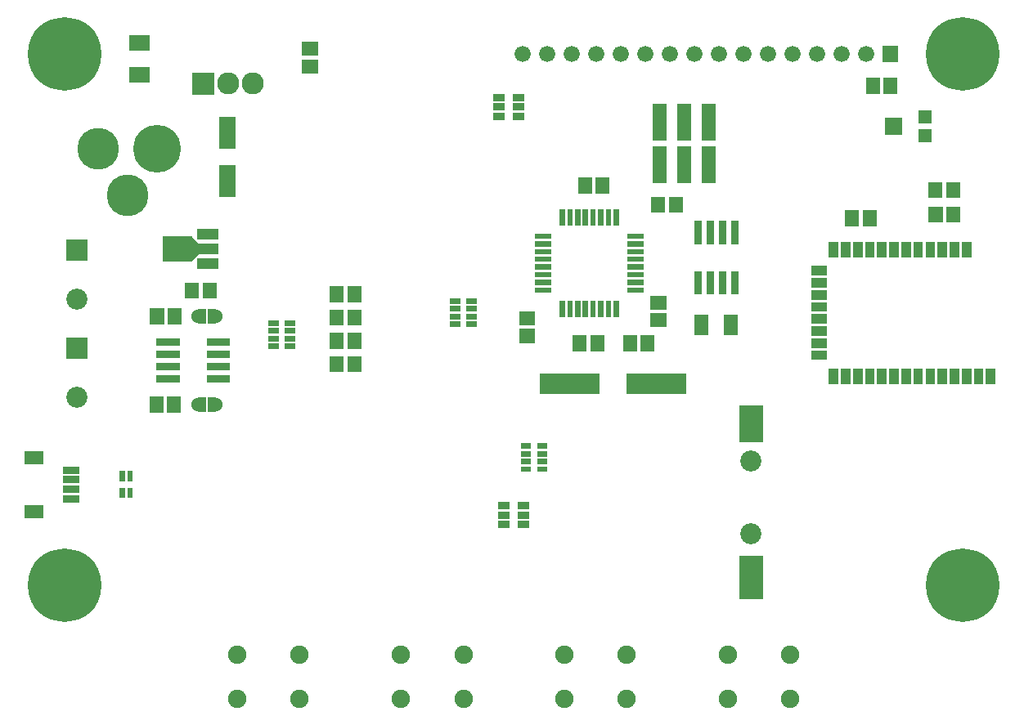
<source format=gbr>
G04 start of page 7 for group -4063 idx -4063 *
G04 Title: (unknown), componentmask *
G04 Creator: pcb 4.0.2 *
G04 CreationDate: Wed Apr 29 17:11:01 2020 UTC *
G04 For: ndholmes *
G04 Format: Gerber/RS-274X *
G04 PCB-Dimensions (mil): 4000.00 2900.00 *
G04 PCB-Coordinate-Origin: lower left *
%MOIN*%
%FSLAX25Y25*%
%LNTOPMASK*%
%ADD84C,0.0600*%
%ADD83C,0.1700*%
%ADD82C,0.1950*%
%ADD81C,0.0900*%
%ADD80C,0.0660*%
%ADD79C,0.0750*%
%ADD78C,0.2997*%
%ADD77C,0.0860*%
%ADD76C,0.0001*%
G54D76*G36*
X17700Y157300D02*Y148700D01*
X26300D01*
Y157300D01*
X17700D01*
G37*
G54D77*X22000Y133000D03*
G54D76*G36*
X17700Y197300D02*Y188700D01*
X26300D01*
Y197300D01*
X17700D01*
G37*
G54D77*X22000Y173000D03*
G54D78*X17000Y56500D03*
G54D79*X112795Y10142D03*
X179495D03*
X153905D03*
X87205D03*
Y27858D03*
X112795D03*
X179495D03*
X153905D03*
X246095D03*
X220505D03*
G54D78*X383000Y273000D03*
Y56500D03*
G54D79*X246095Y10142D03*
X220505D03*
X312795D03*
X287205D03*
X312795Y27858D03*
X287205D03*
G54D77*X296800Y77436D03*
Y106964D03*
G54D80*X293500Y273000D03*
X283500D03*
X273500D03*
X263500D03*
X253500D03*
G54D76*G36*
X350200Y276300D02*Y269700D01*
X356800D01*
Y276300D01*
X350200D01*
G37*
G54D80*X343500Y273000D03*
X333500D03*
X323500D03*
X313500D03*
X303500D03*
G54D78*X17000D03*
G54D81*X93500Y261000D03*
X83500D03*
G54D76*G36*
X69000Y265500D02*Y256500D01*
X78000D01*
Y265500D01*
X69000D01*
G37*
G54D82*X54700Y234400D03*
G54D83*X30700D03*
X42700Y215400D03*
G54D80*X243500Y273000D03*
X233500D03*
X223500D03*
X213500D03*
X203500D03*
G54D76*G36*
X16349Y104787D02*Y101825D01*
X23051D01*
Y104787D01*
X16349D01*
G37*
G36*
Y100850D02*Y97888D01*
X23051D01*
Y100850D01*
X16349D01*
G37*
G36*
Y96912D02*Y93950D01*
X23051D01*
Y96912D01*
X16349D01*
G37*
G36*
X41636Y96175D02*X39364D01*
Y92032D01*
X41636D01*
Y96175D01*
G37*
G36*
X44786D02*X42514D01*
Y92032D01*
X44786D01*
Y96175D01*
G37*
G36*
Y102871D02*X42514D01*
Y98728D01*
X44786D01*
Y102871D01*
G37*
G36*
X41636D02*X39364D01*
Y98728D01*
X41636D01*
Y102871D01*
G37*
G36*
X16349Y92975D02*Y90013D01*
X23051D01*
Y92975D01*
X16349D01*
G37*
G36*
X601Y111086D02*Y105762D01*
X8287D01*
Y111086D01*
X601D01*
G37*
G36*
Y89038D02*Y83714D01*
X8287D01*
Y89038D01*
X601D01*
G37*
G54D84*X71600Y166000D03*
G54D76*G36*
X74600Y169000D02*X71600D01*
Y163000D01*
X74600D01*
Y169000D01*
G37*
G36*
X57516Y169252D02*X51798D01*
Y162748D01*
X57516D01*
Y169252D01*
G37*
G36*
X64602D02*X58884D01*
Y162748D01*
X64602D01*
Y169252D01*
G37*
G36*
X54400Y157000D02*Y154000D01*
X63900D01*
Y157000D01*
X54400D01*
G37*
G36*
X100080Y158062D02*Y155788D01*
X104223D01*
Y158062D01*
X100080D01*
G37*
G36*
Y154912D02*Y152640D01*
X104223D01*
Y154912D01*
X100080D01*
G37*
G36*
X106777D02*Y152640D01*
X110920D01*
Y154912D01*
X106777D01*
G37*
G36*
Y158062D02*Y155788D01*
X110920D01*
Y158062D01*
X106777D01*
G37*
G36*
Y161212D02*Y158938D01*
X110920D01*
Y161212D01*
X106777D01*
G37*
G36*
X74900Y157000D02*Y154000D01*
X84400D01*
Y157000D01*
X74900D01*
G37*
G36*
X78902Y179752D02*X73184D01*
Y173248D01*
X78902D01*
Y179752D01*
G37*
G36*
X71816D02*X66098D01*
Y173248D01*
X71816D01*
Y179752D01*
G37*
G36*
X71121Y189784D02*Y185404D01*
X79595D01*
Y189784D01*
X71121D01*
G37*
G36*
X63405Y195690D02*Y191310D01*
X79595D01*
Y195690D01*
X63405D01*
G37*
G36*
X56946Y198525D02*Y188475D01*
X68886D01*
Y198525D01*
X56946D01*
G37*
G36*
X71850Y191615D02*X70006Y193459D01*
X66742Y190195D01*
X68586Y188351D01*
X71850Y191615D01*
G37*
G36*
X68586Y198649D02*X66742Y196805D01*
X70006Y193541D01*
X71850Y195385D01*
X68586Y198649D01*
G37*
G36*
X71121Y201596D02*Y197216D01*
X79595D01*
Y201596D01*
X71121D01*
G37*
G54D84*X78400Y166000D03*
G54D76*G36*
Y169000D02*X75400D01*
Y163000D01*
X78400D01*
Y169000D01*
G37*
G36*
X86750Y247442D02*X79850D01*
Y234243D01*
X86750D01*
Y247442D01*
G37*
G36*
Y227757D02*X79850D01*
Y214558D01*
X86750D01*
Y227757D01*
G37*
G36*
X106777Y164360D02*Y162088D01*
X110920D01*
Y164360D01*
X106777D01*
G37*
G36*
X113748Y277902D02*Y272184D01*
X120252D01*
Y277902D01*
X113748D01*
G37*
G36*
Y270816D02*Y265098D01*
X120252D01*
Y270816D01*
X113748D01*
G37*
G36*
X43450Y267550D02*Y261450D01*
X51550D01*
Y267550D01*
X43450D01*
G37*
G36*
Y280550D02*Y274450D01*
X51550D01*
Y280550D01*
X43450D01*
G37*
G54D84*X78400Y130000D03*
G54D76*G36*
Y133000D02*X75400D01*
Y127000D01*
X78400D01*
Y133000D01*
G37*
G54D84*X71600Y130000D03*
G54D76*G36*
X74600Y133000D02*X71600D01*
Y127000D01*
X74600D01*
Y133000D01*
G37*
G36*
X74900Y142000D02*Y139000D01*
X84400D01*
Y142000D01*
X74900D01*
G37*
G36*
X64402Y133252D02*X58684D01*
Y126748D01*
X64402D01*
Y133252D01*
G37*
G36*
X57316D02*X51598D01*
Y126748D01*
X57316D01*
Y133252D01*
G37*
G36*
X74900Y147000D02*Y144000D01*
X84400D01*
Y147000D01*
X74900D01*
G37*
G36*
Y152000D02*Y149000D01*
X84400D01*
Y152000D01*
X74900D01*
G37*
G36*
X54400D02*Y149000D01*
X63900D01*
Y152000D01*
X54400D01*
G37*
G36*
Y147000D02*Y144000D01*
X63900D01*
Y147000D01*
X54400D01*
G37*
G36*
Y142000D02*Y139000D01*
X63900D01*
Y142000D01*
X54400D01*
G37*
G36*
X100080Y164360D02*Y162088D01*
X104223D01*
Y164360D01*
X100080D01*
G37*
G36*
Y161212D02*Y158938D01*
X104223D01*
Y161212D01*
X100080D01*
G37*
G36*
X130816Y159252D02*X125098D01*
Y152748D01*
X130816D01*
Y159252D01*
G37*
G36*
Y168752D02*X125098D01*
Y162248D01*
X130816D01*
Y168752D01*
G37*
G36*
X137902Y159252D02*X132184D01*
Y152748D01*
X137902D01*
Y159252D01*
G37*
G36*
Y168752D02*X132184D01*
Y162248D01*
X137902D01*
Y168752D01*
G37*
G36*
X130816Y178252D02*X125098D01*
Y171748D01*
X130816D01*
Y178252D01*
G37*
G36*
X137902D02*X132184D01*
Y171748D01*
X137902D01*
Y178252D01*
G37*
G36*
X130816Y149752D02*X125098D01*
Y143248D01*
X130816D01*
Y149752D01*
G37*
G36*
X137902D02*X132184D01*
Y143248D01*
X137902D01*
Y149752D01*
G37*
G36*
X174080Y173360D02*Y171088D01*
X178224D01*
Y173360D01*
X174080D01*
G37*
G36*
Y170212D02*Y167938D01*
X178224D01*
Y170212D01*
X174080D01*
G37*
G36*
Y167062D02*Y164788D01*
X178224D01*
Y167062D01*
X174080D01*
G37*
G36*
Y163912D02*Y161640D01*
X178224D01*
Y163912D01*
X174080D01*
G37*
G36*
X180776D02*Y161640D01*
X184920D01*
Y163912D01*
X180776D01*
G37*
G36*
Y167062D02*Y164788D01*
X184920D01*
Y167062D01*
X180776D01*
G37*
G36*
Y170212D02*Y167938D01*
X184920D01*
Y170212D01*
X180776D01*
G37*
G36*
X202248Y160859D02*Y155141D01*
X208752D01*
Y160859D01*
X202248D01*
G37*
G36*
X180776Y173360D02*Y171088D01*
X184920D01*
Y173360D01*
X180776D01*
G37*
G36*
X191600Y256800D02*Y253800D01*
X196200D01*
Y256800D01*
X191600D01*
G37*
G36*
Y252900D02*Y249900D01*
X196200D01*
Y252900D01*
X191600D01*
G37*
G36*
Y249000D02*Y246000D01*
X196200D01*
Y249000D01*
X191600D01*
G37*
G36*
X199800D02*Y246000D01*
X204400D01*
Y249000D01*
X199800D01*
G37*
G36*
Y256800D02*Y253800D01*
X204400D01*
Y256800D01*
X199800D01*
G37*
G36*
Y252900D02*Y249900D01*
X204400D01*
Y252900D01*
X199800D01*
G37*
G36*
X224013Y209779D02*X221839D01*
Y203179D01*
X224013D01*
Y209779D01*
G37*
G36*
X220863D02*X218689D01*
Y203179D01*
X220863D01*
Y209779D01*
G37*
G36*
X208721Y199810D02*Y197636D01*
X215321D01*
Y199810D01*
X208721D01*
G37*
G36*
Y196661D02*Y194487D01*
X215321D01*
Y196661D01*
X208721D01*
G37*
G36*
Y193511D02*Y191337D01*
X215321D01*
Y193511D01*
X208721D01*
G37*
G36*
Y190362D02*Y188188D01*
X215321D01*
Y190362D01*
X208721D01*
G37*
G36*
Y187212D02*Y185038D01*
X215321D01*
Y187212D01*
X208721D01*
G37*
G36*
Y184062D02*Y181888D01*
X215321D01*
Y184062D01*
X208721D01*
G37*
G36*
Y180913D02*Y178739D01*
X215321D01*
Y180913D01*
X208721D01*
G37*
G36*
Y177763D02*Y175589D01*
X215321D01*
Y177763D01*
X208721D01*
G37*
G36*
X262300Y235304D02*X256700D01*
Y220216D01*
X262300D01*
Y235304D01*
G37*
G36*
X272300D02*X266700D01*
Y220216D01*
X272300D01*
Y235304D01*
G37*
G36*
X282300D02*X276700D01*
Y220216D01*
X282300D01*
Y235304D01*
G37*
G36*
Y252784D02*X276700D01*
Y237696D01*
X282300D01*
Y252784D01*
G37*
G36*
X272300D02*X266700D01*
Y237696D01*
X272300D01*
Y252784D01*
G37*
G36*
X262300D02*X256700D01*
Y237696D01*
X262300D01*
Y252784D01*
G37*
G36*
X349273Y263252D02*X343555D01*
Y256748D01*
X349273D01*
Y263252D01*
G37*
G36*
X356359D02*X350641D01*
Y256748D01*
X356359D01*
Y263252D01*
G37*
G36*
X370200Y242250D02*X364900D01*
Y236949D01*
X370200D01*
Y242250D01*
G37*
G36*
Y250051D02*X364900D01*
Y244750D01*
X370200D01*
Y250051D01*
G37*
G36*
X358200Y246951D02*X351300D01*
Y240050D01*
X358200D01*
Y246951D01*
G37*
G36*
X340816Y209252D02*X335098D01*
Y202748D01*
X340816D01*
Y209252D01*
G37*
G36*
X347902D02*X342184D01*
Y202748D01*
X347902D01*
Y209252D01*
G37*
G36*
X239002Y222552D02*X233284D01*
Y216048D01*
X239002D01*
Y222552D01*
G37*
G36*
X231916D02*X226198D01*
Y216048D01*
X231916D01*
Y222552D01*
G37*
G36*
X239761Y209779D02*X237587D01*
Y203179D01*
X239761D01*
Y209779D01*
G37*
G36*
X236611D02*X234437D01*
Y203179D01*
X236611D01*
Y209779D01*
G37*
G36*
X233462D02*X231288D01*
Y203179D01*
X233462D01*
Y209779D01*
G37*
G36*
X230312D02*X228138D01*
Y203179D01*
X230312D01*
Y209779D01*
G37*
G36*
X227162D02*X224988D01*
Y203179D01*
X227162D01*
Y209779D01*
G37*
G36*
X261816Y214752D02*X256098D01*
Y208248D01*
X261816D01*
Y214752D01*
G37*
G36*
X268902D02*X263184D01*
Y208248D01*
X268902D01*
Y214752D01*
G37*
G36*
X246279Y177764D02*Y175590D01*
X252879D01*
Y177764D01*
X246279D01*
G37*
G36*
Y180913D02*Y178739D01*
X252879D01*
Y180913D01*
X246279D01*
G37*
G36*
Y184063D02*Y181889D01*
X252879D01*
Y184063D01*
X246279D01*
G37*
G36*
Y187212D02*Y185038D01*
X252879D01*
Y187212D01*
X246279D01*
G37*
G36*
Y190362D02*Y188188D01*
X252879D01*
Y190362D01*
X246279D01*
G37*
G36*
Y193512D02*Y191338D01*
X252879D01*
Y193512D01*
X246279D01*
G37*
G36*
Y196661D02*Y194487D01*
X252879D01*
Y196661D01*
X246279D01*
G37*
G36*
Y199811D02*Y197637D01*
X252879D01*
Y199811D01*
X246279D01*
G37*
G36*
X242910Y209779D02*X240736D01*
Y203179D01*
X242910D01*
Y209779D01*
G37*
G36*
X386496Y196350D02*X382596D01*
Y190048D01*
X386496D01*
Y196350D01*
G37*
G36*
X381574D02*X377674D01*
Y190048D01*
X381574D01*
Y196350D01*
G37*
G36*
X376653D02*X372753D01*
Y190048D01*
X376653D01*
Y196350D01*
G37*
G36*
X371732D02*X367832D01*
Y190048D01*
X371732D01*
Y196350D01*
G37*
G36*
X366811D02*X362911D01*
Y190048D01*
X366811D01*
Y196350D01*
G37*
G36*
X361889D02*X357989D01*
Y190048D01*
X361889D01*
Y196350D01*
G37*
G36*
X356968D02*X353068D01*
Y190048D01*
X356968D01*
Y196350D01*
G37*
G36*
X374859Y210752D02*X369141D01*
Y204248D01*
X374859D01*
Y210752D01*
G37*
G36*
X381945D02*X376227D01*
Y204248D01*
X381945D01*
Y210752D01*
G37*
G36*
X374816Y220752D02*X369098D01*
Y214248D01*
X374816D01*
Y220752D01*
G37*
G36*
X381902D02*X376184D01*
Y214248D01*
X381902D01*
Y220752D01*
G37*
G36*
X352047Y196350D02*X348147D01*
Y190048D01*
X352047D01*
Y196350D01*
G37*
G36*
X347126D02*X343226D01*
Y190048D01*
X347126D01*
Y196350D01*
G37*
G36*
X342204D02*X338304D01*
Y190048D01*
X342204D01*
Y196350D01*
G37*
G36*
X337283D02*X333383D01*
Y190048D01*
X337283D01*
Y196350D01*
G37*
G36*
X332362D02*X328462D01*
Y190048D01*
X332362D01*
Y196350D01*
G37*
G36*
X321202Y186574D02*Y182674D01*
X327500D01*
Y186574D01*
X321202D01*
G37*
G36*
Y181653D02*Y177753D01*
X327500D01*
Y181653D01*
X321202D01*
G37*
G36*
Y176732D02*Y172832D01*
X327500D01*
Y176732D01*
X321202D01*
G37*
G36*
Y171811D02*Y167911D01*
X327500D01*
Y171811D01*
X321202D01*
G37*
G36*
Y166889D02*Y162989D01*
X327500D01*
Y166889D01*
X321202D01*
G37*
G36*
Y161968D02*Y158068D01*
X327500D01*
Y161968D01*
X321202D01*
G37*
G36*
Y157047D02*Y153147D01*
X327500D01*
Y157047D01*
X321202D01*
G37*
G36*
Y152126D02*Y148226D01*
X327500D01*
Y152126D01*
X321202D01*
G37*
G36*
X332362Y144752D02*X328462D01*
Y138450D01*
X332362D01*
Y144752D01*
G37*
G36*
X337283D02*X333383D01*
Y138450D01*
X337283D01*
Y144752D01*
G37*
G36*
X342204D02*X338304D01*
Y138450D01*
X342204D01*
Y144752D01*
G37*
G36*
X347126D02*X343226D01*
Y138450D01*
X347126D01*
Y144752D01*
G37*
G36*
X352047D02*X348147D01*
Y138450D01*
X352047D01*
Y144752D01*
G37*
G36*
X356968D02*X353068D01*
Y138450D01*
X356968D01*
Y144752D01*
G37*
G36*
X361889D02*X357989D01*
Y138450D01*
X361889D01*
Y144752D01*
G37*
G36*
X366811D02*X362911D01*
Y138450D01*
X366811D01*
Y144752D01*
G37*
G36*
X371732D02*X367832D01*
Y138450D01*
X371732D01*
Y144752D01*
G37*
G36*
X376653D02*X372753D01*
Y138450D01*
X376653D01*
Y144752D01*
G37*
G36*
X381574D02*X377674D01*
Y138450D01*
X381574D01*
Y144752D01*
G37*
G36*
X386496D02*X382596D01*
Y138450D01*
X386496D01*
Y144752D01*
G37*
G36*
X391417D02*X387517D01*
Y138450D01*
X391417D01*
Y144752D01*
G37*
G36*
X396338D02*X392438D01*
Y138450D01*
X396338D01*
Y144752D01*
G37*
G36*
X202880Y114260D02*Y111988D01*
X207024D01*
Y114260D01*
X202880D01*
G37*
G36*
X209576D02*Y111988D01*
X213720D01*
Y114260D01*
X209576D01*
G37*
G36*
X210672Y142737D02*Y134263D01*
X234894D01*
Y142737D01*
X210672D01*
G37*
G36*
X246106D02*Y134263D01*
X270328D01*
Y142737D01*
X246106D01*
G37*
G36*
X202880Y111112D02*Y108838D01*
X207024D01*
Y111112D01*
X202880D01*
G37*
G36*
X209576D02*Y108838D01*
X213720D01*
Y111112D01*
X209576D01*
G37*
G36*
X202880Y107962D02*Y105688D01*
X207024D01*
Y107962D01*
X202880D01*
G37*
G36*
Y104812D02*Y102540D01*
X207024D01*
Y104812D01*
X202880D01*
G37*
G36*
X209576D02*Y102540D01*
X213720D01*
Y104812D01*
X209576D01*
G37*
G36*
Y107962D02*Y105688D01*
X213720D01*
Y107962D01*
X209576D01*
G37*
G36*
X201800Y82600D02*Y79600D01*
X206400D01*
Y82600D01*
X201800D01*
G37*
G36*
X193600D02*Y79600D01*
X198200D01*
Y82600D01*
X193600D01*
G37*
G36*
X201800Y86500D02*Y83500D01*
X206400D01*
Y86500D01*
X201800D01*
G37*
G36*
X193600D02*Y83500D01*
X198200D01*
Y86500D01*
X193600D01*
G37*
G36*
X201800Y90400D02*Y87400D01*
X206400D01*
Y90400D01*
X201800D01*
G37*
G36*
X193600D02*Y87400D01*
X198200D01*
Y90400D01*
X193600D01*
G37*
G36*
X279454Y166540D02*X273736D01*
Y158460D01*
X279454D01*
Y166540D01*
G37*
G36*
X291264D02*X285546D01*
Y158460D01*
X291264D01*
Y166540D01*
G37*
G36*
X250316Y158252D02*X244598D01*
Y151748D01*
X250316D01*
Y158252D01*
G37*
G36*
X257402D02*X251684D01*
Y151748D01*
X257402D01*
Y158252D01*
G37*
G36*
X236902D02*X231184D01*
Y151748D01*
X236902D01*
Y158252D01*
G37*
G36*
X229816D02*X224098D01*
Y151748D01*
X229816D01*
Y158252D01*
G37*
G36*
X255748Y174402D02*Y168684D01*
X262252D01*
Y174402D01*
X255748D01*
G37*
G36*
Y167316D02*Y161598D01*
X262252D01*
Y167316D01*
X255748D01*
G37*
G36*
X202248Y167945D02*Y162227D01*
X208752D01*
Y167945D01*
X202248D01*
G37*
G36*
X220864Y172221D02*X218690D01*
Y165621D01*
X220864D01*
Y172221D01*
G37*
G36*
X224013D02*X221839D01*
Y165621D01*
X224013D01*
Y172221D01*
G37*
G36*
X227163D02*X224989D01*
Y165621D01*
X227163D01*
Y172221D01*
G37*
G36*
X230312D02*X228138D01*
Y165621D01*
X230312D01*
Y172221D01*
G37*
G36*
X233462D02*X231288D01*
Y165621D01*
X233462D01*
Y172221D01*
G37*
G36*
X236612D02*X234438D01*
Y165621D01*
X236612D01*
Y172221D01*
G37*
G36*
X239761D02*X237587D01*
Y165621D01*
X239761D01*
Y172221D01*
G37*
G36*
X242911D02*X240737D01*
Y165621D01*
X242911D01*
Y172221D01*
G37*
G36*
X276500Y184500D02*X273500D01*
Y175000D01*
X276500D01*
Y184500D01*
G37*
G36*
X281500D02*X278500D01*
Y175000D01*
X281500D01*
Y184500D01*
G37*
G36*
X286500D02*X283500D01*
Y175000D01*
X286500D01*
Y184500D01*
G37*
G36*
X291500D02*X288500D01*
Y175000D01*
X291500D01*
Y184500D01*
G37*
G36*
Y205000D02*X288500D01*
Y195500D01*
X291500D01*
Y205000D01*
G37*
G36*
X286500D02*X283500D01*
Y195500D01*
X286500D01*
Y205000D01*
G37*
G36*
X281500D02*X278500D01*
Y195500D01*
X281500D01*
Y205000D01*
G37*
G36*
X276500D02*X273500D01*
Y195500D01*
X276500D01*
Y205000D01*
G37*
G36*
X301700Y68445D02*X291900D01*
Y50845D01*
X301700D01*
Y68445D01*
G37*
G36*
Y129577D02*X291900D01*
Y114538D01*
X301700D01*
Y129577D01*
G37*
M02*

</source>
